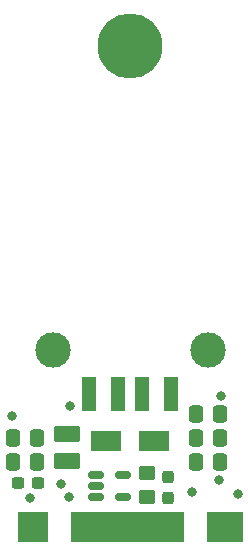
<source format=gbr>
%TF.GenerationSoftware,KiCad,Pcbnew,6.0.10-86aedd382b~118~ubuntu20.04.1*%
%TF.CreationDate,2023-02-01T16:29:48-05:00*%
%TF.ProjectId,Logitech Unifying 2242,4c6f6769-7465-4636-9820-556e69667969,A*%
%TF.SameCoordinates,Original*%
%TF.FileFunction,Soldermask,Top*%
%TF.FilePolarity,Negative*%
%FSLAX46Y46*%
G04 Gerber Fmt 4.6, Leading zero omitted, Abs format (unit mm)*
G04 Created by KiCad (PCBNEW 6.0.10-86aedd382b~118~ubuntu20.04.1) date 2023-02-01 16:29:48*
%MOMM*%
%LPD*%
G01*
G04 APERTURE LIST*
G04 Aperture macros list*
%AMRoundRect*
0 Rectangle with rounded corners*
0 $1 Rounding radius*
0 $2 $3 $4 $5 $6 $7 $8 $9 X,Y pos of 4 corners*
0 Add a 4 corners polygon primitive as box body*
4,1,4,$2,$3,$4,$5,$6,$7,$8,$9,$2,$3,0*
0 Add four circle primitives for the rounded corners*
1,1,$1+$1,$2,$3*
1,1,$1+$1,$4,$5*
1,1,$1+$1,$6,$7*
1,1,$1+$1,$8,$9*
0 Add four rect primitives between the rounded corners*
20,1,$1+$1,$2,$3,$4,$5,0*
20,1,$1+$1,$4,$5,$6,$7,0*
20,1,$1+$1,$6,$7,$8,$9,0*
20,1,$1+$1,$8,$9,$2,$3,0*%
G04 Aperture macros list end*
%ADD10RoundRect,0.010000X-0.175000X-1.250000X0.175000X-1.250000X0.175000X1.250000X-0.175000X1.250000X0*%
%ADD11C,5.500000*%
%ADD12RoundRect,0.150000X-0.512500X-0.150000X0.512500X-0.150000X0.512500X0.150000X-0.512500X0.150000X0*%
%ADD13RoundRect,0.237500X0.237500X-0.300000X0.237500X0.300000X-0.237500X0.300000X-0.237500X-0.300000X0*%
%ADD14C,3.000000*%
%ADD15R,1.250000X3.000000*%
%ADD16RoundRect,0.250000X0.337500X0.475000X-0.337500X0.475000X-0.337500X-0.475000X0.337500X-0.475000X0*%
%ADD17RoundRect,0.250001X-0.849999X0.462499X-0.849999X-0.462499X0.849999X-0.462499X0.849999X0.462499X0*%
%ADD18RoundRect,0.250000X-0.337500X-0.475000X0.337500X-0.475000X0.337500X0.475000X-0.337500X0.475000X0*%
%ADD19RoundRect,0.237500X0.300000X0.237500X-0.300000X0.237500X-0.300000X-0.237500X0.300000X-0.237500X0*%
%ADD20R,2.500000X1.800000*%
%ADD21RoundRect,0.250000X-0.450000X0.350000X-0.450000X-0.350000X0.450000X-0.350000X0.450000X0.350000X0*%
%ADD22C,0.800000*%
G04 APERTURE END LIST*
D10*
%TO.C,J1*%
X147850000Y-119950000D03*
D11*
X138600000Y-79200000D03*
D10*
X147350000Y-119950000D03*
X146850000Y-119950000D03*
X146350000Y-119950000D03*
X145850000Y-119950000D03*
X145350000Y-119950000D03*
X142850000Y-119950000D03*
X142350000Y-119950000D03*
X141850000Y-119950000D03*
X141350000Y-119950000D03*
X140850000Y-119950000D03*
X140350000Y-119950000D03*
X139850000Y-119950000D03*
X139350000Y-119950000D03*
X138850000Y-119950000D03*
X138350000Y-119950000D03*
X137850000Y-119950000D03*
X137350000Y-119950000D03*
X136850000Y-119950000D03*
X136350000Y-119950000D03*
X135850000Y-119950000D03*
X135350000Y-119950000D03*
X134850000Y-119950000D03*
X134350000Y-119950000D03*
X133850000Y-119950000D03*
X131350000Y-119950000D03*
X130850000Y-119950000D03*
X130350000Y-119950000D03*
X129850000Y-119950000D03*
X129350000Y-119950000D03*
%TD*%
D12*
%TO.C,U1*%
X137937500Y-115558000D03*
X137937500Y-117458000D03*
X135662500Y-117458000D03*
X135662500Y-116508000D03*
X135662500Y-115558000D03*
%TD*%
D13*
%TO.C,C2*%
X141800000Y-115737500D03*
X141800000Y-117462500D03*
%TD*%
D14*
%TO.C,USB*%
X145148000Y-104984000D03*
X132008000Y-104984000D03*
D15*
X135078000Y-108664000D03*
X137578000Y-108664000D03*
X139578000Y-108664000D03*
X142078000Y-108664000D03*
%TD*%
D16*
%TO.C,C3.3*%
X128650500Y-112444000D03*
X130725500Y-112444000D03*
%TD*%
D17*
%TO.C,L1*%
X133244000Y-114368500D03*
X133244000Y-112043500D03*
%TD*%
D18*
%TO.C,C1.2*%
X146219500Y-112444000D03*
X144144500Y-112444000D03*
%TD*%
%TO.C,C1.1*%
X146219500Y-114476000D03*
X144144500Y-114476000D03*
%TD*%
D19*
%TO.C,C3.1*%
X129079500Y-116254000D03*
X130804500Y-116254000D03*
%TD*%
D16*
%TO.C,C3.2*%
X128650500Y-114476000D03*
X130725500Y-114476000D03*
%TD*%
D20*
%TO.C,D1*%
X136578000Y-112698000D03*
X140578000Y-112698000D03*
%TD*%
D21*
%TO.C,R1*%
X140000000Y-117400000D03*
X140000000Y-115400000D03*
%TD*%
D18*
%TO.C,C1.3*%
X146219500Y-110412000D03*
X144144500Y-110412000D03*
%TD*%
D22*
X128600000Y-110600000D03*
X133400000Y-117400000D03*
X146100000Y-116000000D03*
X146300000Y-108900000D03*
X143800000Y-117024500D03*
X147700000Y-117200000D03*
X133500000Y-109700000D03*
X130100000Y-117500000D03*
X132700000Y-116300000D03*
M02*

</source>
